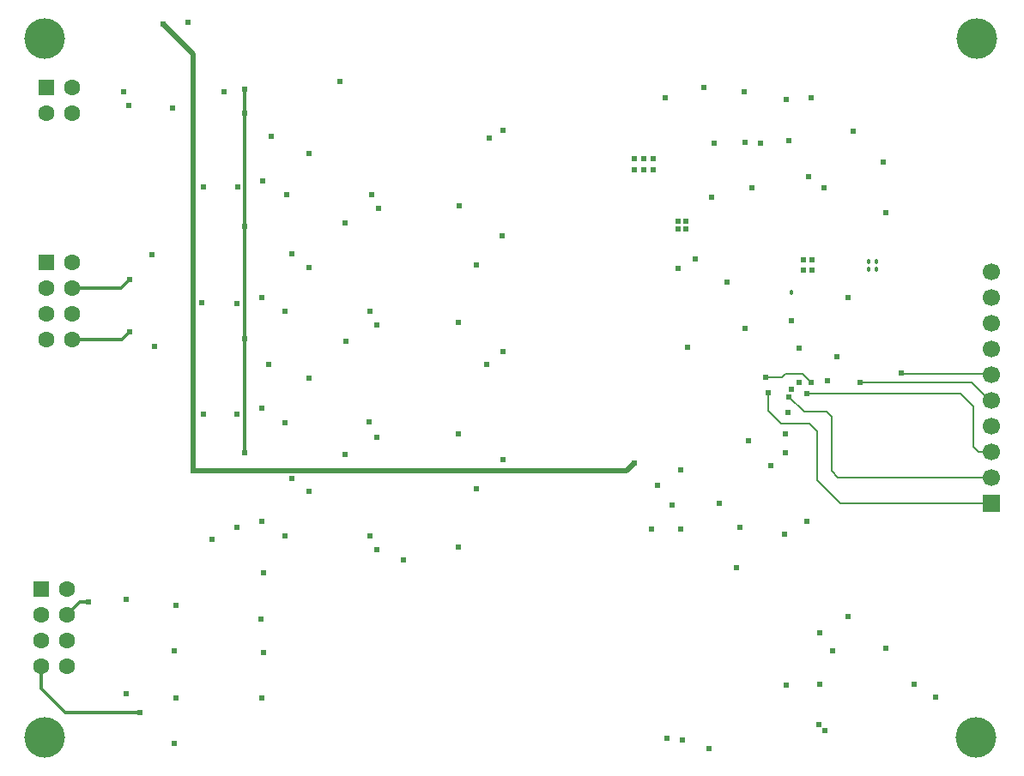
<source format=gbl>
G04*
G04 #@! TF.GenerationSoftware,Altium Limited,Altium Designer,22.0.2 (36)*
G04*
G04 Layer_Physical_Order=4*
G04 Layer_Color=1930808*
%FSLAX25Y25*%
%MOIN*%
G70*
G04*
G04 #@! TF.SameCoordinates,8A9B01F1-EDD2-4DB2-B9E0-C6938A593893*
G04*
G04*
G04 #@! TF.FilePolarity,Positive*
G04*
G01*
G75*
%ADD15C,0.00600*%
%ADD32C,0.06693*%
%ADD33R,0.06693X0.06693*%
%ADD34C,0.06299*%
%ADD35R,0.06299X0.06299*%
%ADD36C,0.15748*%
%ADD37C,0.02000*%
%ADD38C,0.01200*%
%ADD43C,0.02400*%
%ADD44C,0.01800*%
D15*
X442750Y252250D02*
X477500D01*
X407000Y233000D02*
X410000Y230000D01*
X391000Y238000D02*
X396000Y233000D01*
X407000D01*
X404794Y237500D02*
X413500D01*
X398956Y243338D02*
X404794Y237500D01*
X406000Y244600D02*
X465400D01*
X442500Y252500D02*
X442750Y252250D01*
X477000Y242000D02*
X477500D01*
X470000Y249000D02*
X477000Y242000D01*
X426500Y249000D02*
X470000D01*
X391000Y238000D02*
Y245000D01*
X410000Y211000D02*
Y230000D01*
Y211000D02*
X419000Y202000D01*
X477500D01*
X415500Y214500D02*
X418000Y212000D01*
X415500Y214500D02*
Y235500D01*
X413500Y237500D02*
X415500Y235500D01*
X418000Y212000D02*
X477500D01*
X465400Y244600D02*
X470500Y239500D01*
Y224000D02*
X472500Y222000D01*
X477500D01*
X470500Y224000D02*
Y239500D01*
X404200Y252300D02*
X407500Y249000D01*
X397463Y252300D02*
X404200D01*
X396266Y251102D02*
X397463Y252300D01*
X389898Y251102D02*
X396266D01*
D32*
X477500Y292000D02*
D03*
Y272000D02*
D03*
Y262000D02*
D03*
Y212000D02*
D03*
Y222000D02*
D03*
Y232000D02*
D03*
Y242000D02*
D03*
Y252000D02*
D03*
Y282000D02*
D03*
D33*
Y202000D02*
D03*
D34*
X120500Y353500D02*
D03*
X110500D02*
D03*
X120500Y363500D02*
D03*
X108500Y138500D02*
D03*
X118500D02*
D03*
Y148500D02*
D03*
X108500D02*
D03*
X118500Y158500D02*
D03*
X108500D02*
D03*
X118500Y168500D02*
D03*
X110500Y265500D02*
D03*
X120500D02*
D03*
Y275500D02*
D03*
X110500D02*
D03*
X120500Y285500D02*
D03*
X110500D02*
D03*
X120500Y295500D02*
D03*
D35*
X110500Y363500D02*
D03*
X108500Y168500D02*
D03*
X110500Y295500D02*
D03*
D36*
X109868Y382673D02*
D03*
X109866Y111044D02*
D03*
X471611Y111012D02*
D03*
X471685Y382701D02*
D03*
D37*
X155854Y388354D02*
X167500Y376709D01*
X336000Y214500D02*
X339000Y217500D01*
X167500Y214500D02*
Y261000D01*
Y303000D01*
Y347000D01*
Y376709D01*
Y214500D02*
X336000D01*
D38*
X187500Y221500D02*
Y266000D01*
Y309500D01*
Y353500D01*
Y363000D01*
X118000Y120500D02*
X147000D01*
X108500Y130000D02*
Y138500D01*
Y130000D02*
X118000Y120500D01*
X118500Y158500D02*
X123500Y163500D01*
X127000D01*
X140000Y265500D02*
X143000Y268500D01*
X120500Y265500D02*
X140000D01*
X120500Y285500D02*
X139500D01*
X143000Y289000D01*
D43*
X413000Y113500D02*
D03*
X410500Y116000D02*
D03*
X456000Y126500D02*
D03*
X447500Y131500D02*
D03*
X411000D02*
D03*
X375000Y288000D02*
D03*
X422000Y282000D02*
D03*
X398677Y237323D02*
D03*
X406000Y244600D02*
D03*
X397500Y229000D02*
D03*
X382000Y270000D02*
D03*
X442500Y252500D02*
D03*
X426500Y249000D02*
D03*
X398956Y243338D02*
D03*
X397500Y221500D02*
D03*
X391000Y245000D02*
D03*
X399735Y246235D02*
D03*
X187500Y221500D02*
D03*
Y266000D02*
D03*
Y309500D02*
D03*
Y353500D02*
D03*
Y363000D02*
D03*
X205791Y211700D02*
D03*
X288000Y219000D02*
D03*
X179500Y362000D02*
D03*
X140500D02*
D03*
X403000Y249000D02*
D03*
X339000Y217500D02*
D03*
X357000Y215000D02*
D03*
X408000Y296500D02*
D03*
X404500D02*
D03*
Y292500D02*
D03*
X408000D02*
D03*
X400000Y273000D02*
D03*
X397300Y190000D02*
D03*
X391700Y216500D02*
D03*
X381500Y362000D02*
D03*
X368000Y106500D02*
D03*
X351500Y110500D02*
D03*
X402854Y262354D02*
D03*
X417500Y259000D02*
D03*
X414000Y249500D02*
D03*
X397949Y131449D02*
D03*
X422000Y158000D02*
D03*
X411000Y151500D02*
D03*
X359500Y262500D02*
D03*
X357500Y110000D02*
D03*
X282500Y344000D02*
D03*
X281500Y256000D02*
D03*
X236000Y233500D02*
D03*
X198000Y344500D02*
D03*
X195000Y175000D02*
D03*
X194000Y157000D02*
D03*
X141500Y128000D02*
D03*
Y164500D02*
D03*
X152500Y263000D02*
D03*
X151500Y298500D02*
D03*
X249089Y180089D02*
D03*
X226500Y221000D02*
D03*
X227000Y265000D02*
D03*
X226500Y311000D02*
D03*
X239000Y184000D02*
D03*
X175000Y188000D02*
D03*
X171500Y236500D02*
D03*
X171000Y280000D02*
D03*
X171500Y325000D02*
D03*
X142500Y356500D02*
D03*
X270449Y185051D02*
D03*
X236209Y189291D02*
D03*
X203291D02*
D03*
X380000Y192500D02*
D03*
X372000Y202000D02*
D03*
X378500Y177000D02*
D03*
X342500Y331500D02*
D03*
X346250D02*
D03*
X338750D02*
D03*
Y336000D02*
D03*
X346250D02*
D03*
X342500D02*
D03*
X224500Y366000D02*
D03*
X288000Y347000D02*
D03*
X287500Y306000D02*
D03*
X288000Y261000D02*
D03*
X239000Y227500D02*
D03*
X212500Y338000D02*
D03*
Y293500D02*
D03*
Y250500D02*
D03*
Y206500D02*
D03*
X160854Y162354D02*
D03*
X194146Y194854D02*
D03*
X159500Y355500D02*
D03*
X353500Y201354D02*
D03*
X357000Y192000D02*
D03*
X345500D02*
D03*
X362500Y297000D02*
D03*
X356000Y311500D02*
D03*
X359000D02*
D03*
Y308500D02*
D03*
X356000D02*
D03*
X416000Y144500D02*
D03*
X399000Y343000D02*
D03*
X398000Y359000D02*
D03*
X435500Y334500D02*
D03*
X436500Y315000D02*
D03*
X406000Y195000D02*
D03*
X436500Y145500D02*
D03*
X369000Y321000D02*
D03*
X384500Y324500D02*
D03*
X406500Y329000D02*
D03*
X412500Y324500D02*
D03*
X366000Y363500D02*
D03*
X370000Y342000D02*
D03*
X351000Y359500D02*
D03*
X381724Y342224D02*
D03*
X388000Y342000D02*
D03*
X407500Y359500D02*
D03*
X423746Y346746D02*
D03*
X239500Y316500D02*
D03*
X185000Y325000D02*
D03*
X196854Y255854D02*
D03*
X184500Y236500D02*
D03*
X355897Y293354D02*
D03*
X347854Y208854D02*
D03*
X407500Y249000D02*
D03*
X383299Y226299D02*
D03*
X389898Y251102D02*
D03*
X147000Y120500D02*
D03*
X127000Y163500D02*
D03*
X167500Y347000D02*
D03*
Y303000D02*
D03*
Y261000D02*
D03*
Y214500D02*
D03*
X143000Y268500D02*
D03*
Y289000D02*
D03*
X155854Y388354D02*
D03*
X165646Y388854D02*
D03*
X160146Y144646D02*
D03*
X194854Y143854D02*
D03*
X194146Y126146D02*
D03*
X160146Y108646D02*
D03*
X160854Y126354D02*
D03*
X236709Y321791D02*
D03*
X270949Y317551D02*
D03*
X203791Y321791D02*
D03*
X194646Y327354D02*
D03*
X277500Y294709D02*
D03*
X205791Y298917D02*
D03*
X236209Y276500D02*
D03*
X239000Y271209D02*
D03*
X184500Y279709D02*
D03*
X270449Y272260D02*
D03*
X203291Y276500D02*
D03*
X194146Y282063D02*
D03*
X270449Y229051D02*
D03*
X203291Y233291D02*
D03*
X194146Y238854D02*
D03*
X277500Y207500D02*
D03*
X184500Y192500D02*
D03*
D44*
X433000Y296000D02*
D03*
Y293000D02*
D03*
X430000D02*
D03*
Y296000D02*
D03*
X400000Y284000D02*
D03*
M02*

</source>
